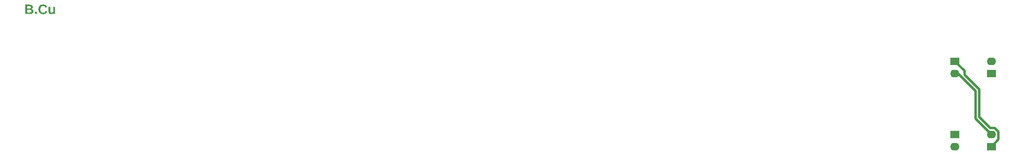
<source format=gbr>
%TF.GenerationSoftware,KiCad,Pcbnew,8.0.5-8.0.5-0~ubuntu22.04.1*%
%TF.CreationDate,2024-10-14T22:47:57-07:00*%
%TF.ProjectId,TEE-CAN-SL,5445452d-4341-44e2-9d53-4c2e6b696361,R4*%
%TF.SameCoordinates,Original*%
%TF.FileFunction,Copper,L2,Bot*%
%TF.FilePolarity,Positive*%
%FSLAX46Y46*%
G04 Gerber Fmt 4.6, Leading zero omitted, Abs format (unit mm)*
G04 Created by KiCad (PCBNEW 8.0.5-8.0.5-0~ubuntu22.04.1) date 2024-10-14 22:47:57*
%MOMM*%
%LPD*%
G01*
G04 APERTURE LIST*
%ADD10C,0.300000*%
%TA.AperFunction,NonConductor*%
%ADD11C,0.300000*%
%TD*%
%TA.AperFunction,ComponentPad*%
%ADD12R,1.905000X1.600200*%
%TD*%
%TA.AperFunction,ComponentPad*%
%ADD13O,1.905000X1.600200*%
%TD*%
%TA.AperFunction,Conductor*%
%ADD14C,0.508000*%
%TD*%
G04 APERTURE END LIST*
D10*
D11*
G36*
X15468916Y-106609840D02*
G01*
X15568099Y-106618964D01*
X15675859Y-106637941D01*
X15771335Y-106665678D01*
X15867198Y-106709108D01*
X15903165Y-106731370D01*
X15983721Y-106800821D01*
X16041260Y-106885100D01*
X16075784Y-106984205D01*
X16087113Y-107083085D01*
X16087292Y-107098137D01*
X16078278Y-107197010D01*
X16047537Y-107294126D01*
X15994980Y-107379044D01*
X15920139Y-107449066D01*
X15832355Y-107497455D01*
X15737272Y-107528574D01*
X15714074Y-107533890D01*
X15812448Y-107550249D01*
X15911615Y-107579764D01*
X16006271Y-107626760D01*
X16075381Y-107680795D01*
X16141073Y-107762753D01*
X16182435Y-107859735D01*
X16198858Y-107959865D01*
X16199953Y-107995946D01*
X16190382Y-108104916D01*
X16161670Y-108202534D01*
X16105417Y-108300197D01*
X16035687Y-108373489D01*
X15999943Y-108401425D01*
X15905006Y-108457119D01*
X15811798Y-108493969D01*
X15707668Y-108520770D01*
X15592615Y-108537520D01*
X15488394Y-108543801D01*
X15444582Y-108544360D01*
X14464883Y-108544360D01*
X14464883Y-108226727D01*
X14874828Y-108226727D01*
X15409841Y-108226727D01*
X15512270Y-108221309D01*
X15614643Y-108199973D01*
X15697696Y-108158237D01*
X15763242Y-108078405D01*
X15788213Y-107976543D01*
X15789015Y-107951279D01*
X15770135Y-107848206D01*
X15702320Y-107761408D01*
X15602524Y-107712583D01*
X15486931Y-107690884D01*
X15394456Y-107686751D01*
X14874828Y-107686751D01*
X14874828Y-108226727D01*
X14464883Y-108226727D01*
X14464883Y-107400881D01*
X14874828Y-107400881D01*
X15344329Y-107400881D01*
X15443589Y-107395113D01*
X15544804Y-107370371D01*
X15596450Y-107341821D01*
X15657636Y-107261734D01*
X15674866Y-107163153D01*
X15658812Y-107064154D01*
X15596151Y-106982510D01*
X15590991Y-106979025D01*
X15494474Y-106939839D01*
X15391507Y-106925764D01*
X15341848Y-106924432D01*
X14874828Y-106924432D01*
X14874828Y-107400881D01*
X14464883Y-107400881D01*
X14464883Y-106606799D01*
X15361203Y-106606799D01*
X15468916Y-106609840D01*
G37*
G36*
X16520564Y-108544360D02*
G01*
X16520564Y-108131437D01*
X16922072Y-108131437D01*
X16922072Y-108544360D01*
X16520564Y-108544360D01*
G37*
G36*
X18221885Y-108258490D02*
G01*
X18332215Y-108249439D01*
X18431495Y-108222285D01*
X18536044Y-108165806D01*
X18611013Y-108098827D01*
X18674931Y-108013745D01*
X18727798Y-107910562D01*
X18737046Y-107887753D01*
X19094383Y-108021754D01*
X19047250Y-108121865D01*
X18992579Y-108211892D01*
X18930371Y-108291833D01*
X18848268Y-108372352D01*
X18755905Y-108439144D01*
X18654186Y-108492517D01*
X18560269Y-108527832D01*
X18460140Y-108553516D01*
X18353799Y-108569568D01*
X18241248Y-108575989D01*
X18221885Y-108576123D01*
X18107123Y-108571974D01*
X17999077Y-108559528D01*
X17897746Y-108538784D01*
X17780526Y-108501186D01*
X17673800Y-108450622D01*
X17577566Y-108387094D01*
X17491826Y-108310602D01*
X17417620Y-108222309D01*
X17355992Y-108123694D01*
X17306941Y-108014754D01*
X17276756Y-107920170D01*
X17254620Y-107818979D01*
X17240534Y-107711181D01*
X17234497Y-107596776D01*
X17234245Y-107567142D01*
X17238130Y-107450883D01*
X17249786Y-107341573D01*
X17269211Y-107239211D01*
X17304420Y-107121029D01*
X17351770Y-107013704D01*
X17411260Y-106917235D01*
X17482892Y-106831623D01*
X17566059Y-106757704D01*
X17660155Y-106696313D01*
X17765181Y-106647451D01*
X17881135Y-106611118D01*
X17981768Y-106591072D01*
X18089396Y-106579044D01*
X18204018Y-106575035D01*
X18308527Y-106578392D01*
X18425686Y-106591280D01*
X18533841Y-106613835D01*
X18632992Y-106646055D01*
X18723141Y-106687942D01*
X18764839Y-106712511D01*
X18853527Y-106778614D01*
X18929818Y-106857066D01*
X18993713Y-106947868D01*
X19045210Y-107051019D01*
X19069072Y-107115508D01*
X18708260Y-107213775D01*
X18666148Y-107119591D01*
X18603275Y-107039717D01*
X18528103Y-106979521D01*
X18439651Y-106933720D01*
X18341796Y-106904882D01*
X18234539Y-106893007D01*
X18211959Y-106892668D01*
X18112615Y-106898705D01*
X18008579Y-106921009D01*
X17905325Y-106966622D01*
X17818759Y-107033700D01*
X17790599Y-107064389D01*
X17734518Y-107147140D01*
X17692211Y-107245137D01*
X17666911Y-107341270D01*
X17651732Y-107448605D01*
X17646672Y-107567142D01*
X17650282Y-107668418D01*
X17664148Y-107779714D01*
X17688412Y-107879843D01*
X17729864Y-107982546D01*
X17785470Y-108070050D01*
X17794569Y-108081310D01*
X17876925Y-108158826D01*
X17975595Y-108214195D01*
X18075317Y-108244475D01*
X18187530Y-108257798D01*
X18221885Y-108258490D01*
G37*
G36*
X19737093Y-107051485D02*
G01*
X19737093Y-107894701D01*
X19743600Y-108008654D01*
X19768586Y-108119903D01*
X19821420Y-108214542D01*
X19913034Y-108276347D01*
X20003607Y-108290253D01*
X20102317Y-108273154D01*
X20191768Y-108216038D01*
X20232402Y-108168659D01*
X20281851Y-108076971D01*
X20308992Y-107979571D01*
X20318916Y-107880475D01*
X20319255Y-107856982D01*
X20319255Y-107051485D01*
X20709348Y-107051485D01*
X20709348Y-108210349D01*
X20710212Y-108313820D01*
X20713197Y-108420040D01*
X20718944Y-108526246D01*
X20720267Y-108544360D01*
X20348041Y-108544360D01*
X20340123Y-108443256D01*
X20333966Y-108340798D01*
X20331663Y-108255512D01*
X20324714Y-108255512D01*
X20271895Y-108351438D01*
X20204277Y-108436356D01*
X20126690Y-108499692D01*
X20030260Y-108546267D01*
X19930708Y-108570077D01*
X19841317Y-108576123D01*
X19741979Y-108569141D01*
X19641478Y-108544062D01*
X19545025Y-108494047D01*
X19474054Y-108430210D01*
X19412396Y-108337338D01*
X19374530Y-108236659D01*
X19354476Y-108134570D01*
X19346629Y-108019418D01*
X19346504Y-108001902D01*
X19346504Y-107051485D01*
X19737093Y-107051485D01*
G37*
D12*
%TO.P,J4,1,Pin_1*%
%TO.N,/CAN_L*%
X215582580Y-136163855D03*
D13*
%TO.P,J4,2,Pin_2*%
%TO.N,/CAN_H*%
X215582580Y-133623855D03*
%TD*%
D12*
%TO.P,J2,1,Pin_1*%
%TO.N,/CAN_L*%
X215582580Y-120923855D03*
D13*
%TO.P,J2,2,Pin_2*%
%TO.N,/CAN_H*%
X215582580Y-118383855D03*
%TD*%
D12*
%TO.P,J3,1,Pin_1*%
%TO.N,/CAN_L*%
X207962580Y-133623855D03*
D13*
%TO.P,J3,2,Pin_2*%
%TO.N,/CAN_H*%
X207962580Y-136163855D03*
%TD*%
D12*
%TO.P,J1,1,Pin_1*%
%TO.N,/CAN_L*%
X207962580Y-118383855D03*
D13*
%TO.P,J1,2,Pin_2*%
%TO.N,/CAN_H*%
X207962580Y-120923855D03*
%TD*%
D14*
%TO.N,/CAN_L*%
X209969180Y-121177855D02*
X209969180Y-120390455D01*
X209969180Y-120390455D02*
X207962580Y-118383855D01*
X217043080Y-133082022D02*
X216276813Y-132315755D01*
X215582580Y-136163855D02*
X217043080Y-134703355D01*
X213042580Y-130006225D02*
X213042580Y-124251255D01*
X213042580Y-124251255D02*
X209969180Y-121177855D01*
X215352110Y-132315755D02*
X213042580Y-130006225D01*
X216276813Y-132315755D02*
X215352110Y-132315755D01*
X217043080Y-134703355D02*
X217043080Y-133082022D01*
%TO.N,/CAN_H*%
X212280580Y-124581455D02*
X208622980Y-120923855D01*
X208622980Y-120923855D02*
X207962580Y-120923855D01*
X215582580Y-133623855D02*
X212280580Y-130321855D01*
X212280580Y-130321855D02*
X212280580Y-124581455D01*
%TD*%
M02*

</source>
